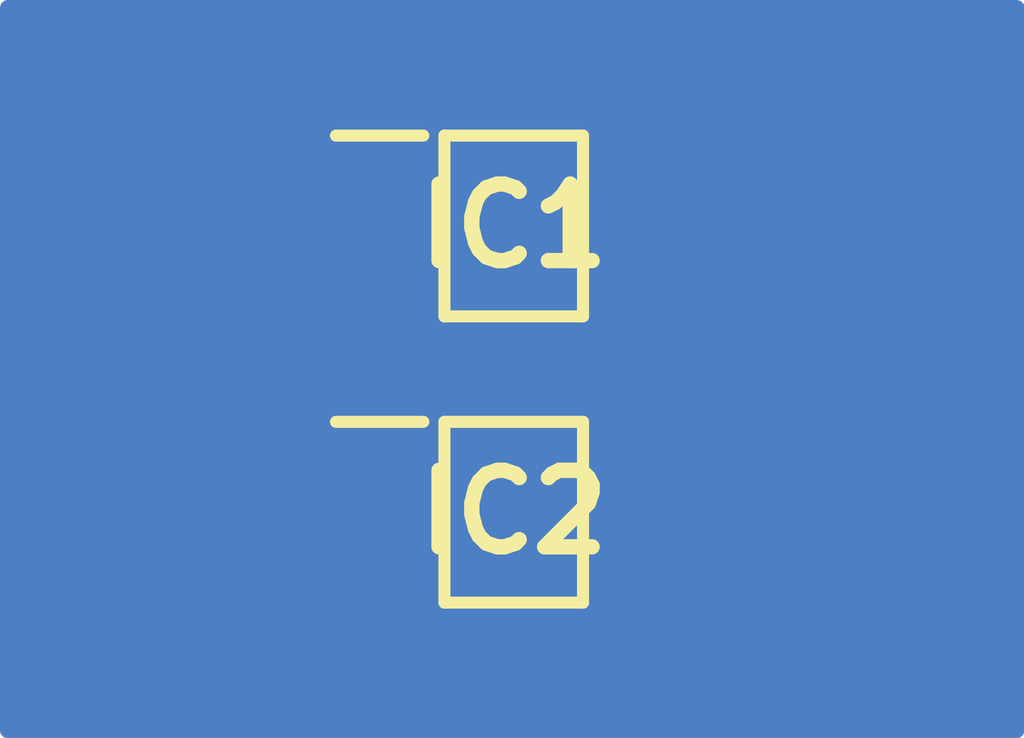
<source format=kicad_pcb>
(kicad_pcb (version 20240108) (generator "pcbnew") (generator_version "8.0")
  (layers (0 "F.Cu" signal) (31 "B.Cu" signal) (34 "B.Paste" user) (35 "F.Paste" user) (36 "B.SilkS" user "B.Silkscreen") (37 "F.SilkS" user "F.Silkscreen") (38 "B.Mask" user) (39 "F.Mask" user) (44 "Edge.Cuts" user))
  (net 0 "")
  (net 1 "Net-(IC1-GND)")
  (net 2 "unconnected-(IC1-SCL-Pad9)")
  (net 3 "Net-(IC1-VDD)")
  (net 4 "Net-(IC1-EXT_CAP)")
  (net 5 "unconnected-(IC1-A-Pad2)")
  (net 6 "unconnected-(IC1-SDA-Pad8)")
  (net 7 "unconnected-(IC1-W-Pad3)")
  (net 9 "Net-(IC2-VDD)")
  (net 10 "unconnected-(IC2-SCL-Pad9)")
  (net 11 "unconnected-(IC2-SDA-Pad8)")
  (net 12 "Net-(IC2-EXT_CAP)")
  (net 13 "unconnected-(IC2-W-Pad3)")
  (net 14 "unconnected-(IC2-A-Pad2)")
  (footprint "Pot:SOP50P490X110-10N" (layer "F.Cu") (at 146.525 91)
    (property "Reference" "IC1" (at 0 0 0) (layer "F.SilkS") (effects (font (size 1.27 1.27) (thickness 0.254))))
    (property "Value" "AD5175BRMZ-10-RL7" (hide yes))
    (fp_line (start -2.95 -1.5) (end -1.5 -1.5) (stroke (width 0.2)) (layer "F.SilkS"))
    (fp_line (start -1.15 -1.5) (end 1.15 -1.5) (stroke (width 0.2)) (layer "F.SilkS"))
    (fp_line (start -1.15 1.5) (end -1.15 -1.5) (stroke (width 0.2)) (layer "F.SilkS"))
    (fp_line (start 1.15 -1.5) (end 1.15 1.5) (stroke (width 0.2)) (layer "F.SilkS"))
    (fp_line (start 1.15 1.5) (end -1.15 1.5) (stroke (width 0.2)) (layer "F.SilkS"))
    (pad "1" smd rect (at -2.225 -1 90) (size 0.3 1.45) (layers "F.Cu" "F.Paste" "F.Mask") (net 3 "Net-(IC1-VDD)"))
    (pad "2" smd rect (at -2.225 -0.5 90) (size 0.3 1.45) (layers "F.Cu" "F.Paste" "F.Mask") (net 5 "unconnected-(IC1-A-Pad2)"))
    (pad "3" smd rect (at -2.225 0 90) (size 0.3 1.45) (layers "F.Cu" "F.Paste" "F.Mask") (net 7 "unconnected-(IC1-W-Pad3)"))
    (pad "4" smd rect (at -2.225 0.5 90) (size 0.3 1.45) (layers "F.Cu" "F.Paste" "F.Mask") (net 1 "Net-(IC1-GND)"))
    (pad "5" smd rect (at -2.225 1 90) (size 0.3 1.45) (layers "F.Cu" "F.Paste" "F.Mask") (net 4 "Net-(IC1-EXT_CAP)"))
    (pad "6" smd rect (at 2.225 1 90) (size 0.3 1.45) (layers "F.Cu" "F.Paste" "F.Mask") (net 1 "Net-(IC1-GND)"))
    (pad "7" smd rect (at 2.225 0.5 90) (size 0.3 1.45) (layers "F.Cu" "F.Paste" "F.Mask") (net 3 "Net-(IC1-VDD)"))
    (pad "8" smd rect (at 2.225 0 90) (size 0.3 1.45) (layers "F.Cu" "F.Paste" "F.Mask") (net 6 "unconnected-(IC1-SDA-Pad8)"))
    (pad "9" smd rect (at 2.225 -0.5 90) (size 0.3 1.45) (layers "F.Cu" "F.Paste" "F.Mask") (net 2 "unconnected-(IC1-SCL-Pad9)"))
    (pad "10" smd rect (at 2.225 -1 90) (size 0.3 1.45) (layers "F.Cu" "F.Paste" "F.Mask"))
  )
  (footprint "Pot:SOP50P490X110-10N" (layer "F.Cu") (at 146.525 95.75)
    (property "Reference" "IC2" (at 0 0 0) (layer "F.SilkS") (effects (font (size 1.27 1.27) (thickness 0.254))))
    (property "Value" "AD5175BRMZ-10-RL7" (hide yes))
    (fp_line (start -2.95 -1.5) (end -1.5 -1.5) (stroke (width 0.2)) (layer "F.SilkS"))
    (fp_line (start -1.15 -1.5) (end 1.15 -1.5) (stroke (width 0.2)) (layer "F.SilkS"))
    (fp_line (start -1.15 1.5) (end -1.15 -1.5) (stroke (width 0.2)) (layer "F.SilkS"))
    (fp_line (start 1.15 -1.5) (end 1.15 1.5) (stroke (width 0.2)) (layer "F.SilkS"))
    (fp_line (start 1.15 1.5) (end -1.15 1.5) (stroke (width 0.2)) (layer "F.SilkS"))
    (pad "1" smd rect (at -2.225 -1 90) (size 0.3 1.45) (layers "F.Cu" "F.Paste" "F.Mask") (net 9 "Net-(IC2-VDD)"))
    (pad "2" smd rect (at -2.225 -0.5 90) (size 0.3 1.45) (layers "F.Cu" "F.Paste" "F.Mask") (net 14 "unconnected-(IC2-A-Pad2)"))
    (pad "3" smd rect (at -2.225 0 90) (size 0.3 1.45) (layers "F.Cu" "F.Paste" "F.Mask") (net 13 "unconnected-(IC2-W-Pad3)"))
    (pad "4" smd rect (at -2.225 0.5 90) (size 0.3 1.45) (layers "F.Cu" "F.Paste" "F.Mask") (net 1 "Net-(IC1-GND)"))
    (pad "5" smd rect (at -2.225 1 90) (size 0.3 1.45) (layers "F.Cu" "F.Paste" "F.Mask") (net 12 "Net-(IC2-EXT_CAP)"))
    (pad "6" smd rect (at 2.225 1 90) (size 0.3 1.45) (layers "F.Cu" "F.Paste" "F.Mask") (net 1 "Net-(IC1-GND)"))
    (pad "7" smd rect (at 2.225 0.5 90) (size 0.3 1.45) (layers "F.Cu" "F.Paste" "F.Mask") (net 9 "Net-(IC2-VDD)"))
    (pad "8" smd rect (at 2.225 0 90) (size 0.3 1.45) (layers "F.Cu" "F.Paste" "F.Mask") (net 11 "unconnected-(IC2-SDA-Pad8)"))
    (pad "9" smd rect (at 2.225 -0.5 90) (size 0.3 1.45) (layers "F.Cu" "F.Paste" "F.Mask") (net 10 "unconnected-(IC2-SCL-Pad9)"))
    (pad "10" smd rect (at 2.225 -1 90) (size 0.3 1.45) (layers "F.Cu" "F.Paste" "F.Mask") (net 1 "Net-(IC1-GND)"))
  )
  (gr_rect (start 140 91) (end 143 91.75) (stroke (width 0.2)) (fill solid) (layer "F.Cu") (net 7))
  (gr_rect (start 149.875 89) (end 153.625 89.75) (stroke (width 0.2)) (fill solid) (layer "F.Cu") (net 2))
  (gr_rect (start 150 94) (end 153.5 94.75) (stroke (width 0.2)) (fill solid) (layer "F.Cu") (net 10))
  (gr_rect (start 140 89.75) (end 143 90.5) (stroke (width 0.2)) (fill solid) (layer "F.Cu") (net 5))
  (gr_rect (start 140.625 93.75) (end 143.375 94.5) (stroke (width 0.2)) (fill solid) (layer "F.Cu") (net 9))
  (gr_line (start 148.75 96.75) (end 148.75 98.5) (stroke (width 0.2)) (layer "F.Cu") (net 1))
  (gr_rect (start 145 97.75) (end 148.75 98.5) (stroke (width 0.2)) (fill solid) (layer "F.Cu") (net 1))
  (gr_rect (start 150 96.25) (end 153.5 97) (stroke (width 0.2)) (fill solid) (layer "F.Cu") (net 11))
  (gr_rect (start 140 96.5) (end 143 97.25) (stroke (width 0.2)) (fill solid) (layer "F.Cu") (net 13))
  (gr_rect (start 149.875 91.5) (end 153.625 92.25) (stroke (width 0.2)) (fill solid) (layer "F.Cu") (net 6))
  (gr_rect (start 145 93) (end 148.75 93.75) (stroke (width 0.2)) (fill solid) (layer "F.Cu") (net 1))
  (gr_rect (start 139.25 95.125) (end 142 95.875) (stroke (width 0.2)) (fill solid) (layer "F.Cu") (net 14))
  (gr_rect (start 141.5 92.25) (end 144.5 93) (stroke (width 0.2)) (fill solid) (layer "F.Cu") (net 4))
  (gr_rect (start 143.4746 96.875) (end 144.5 98.625) (stroke (width 0.2)) (fill solid) (layer "F.Cu") (net 12))
  (gr_rect (start 143.375 88.75) (end 145.625 89.5) (stroke (width 0.2)) (fill solid) (layer "F.Cu") (net 3))
  (segment (start 147 92) (end 148.75 92) (width 0.2) (layer "F.Cu") (net 1))
  (segment (start 146.5 96.25) (end 147 96.75) (width 0.2) (layer "F.Cu") (net 1))
  (segment (start 146.5 91.5) (end 147 92) (width 0.2) (layer "F.Cu") (net 1))
  (segment (start 144.3 91.5) (end 146.5 91.5) (width 0.2) (layer "F.Cu") (net 1))
  (segment (start 148.75 93.25) (end 148.75 92) (width 0.2) (layer "F.Cu") (net 1))
  (segment (start 148.75 93.25) (end 146.5 93.25) (width 0.2) (layer "F.Cu") (net 1))
  (segment (start 148.75 94.75) (end 148.75 93.25) (width 0.2) (layer "F.Cu") (net 1))
  (segment (start 144.3 96.25) (end 146.5 96.25) (width 0.2) (layer "F.Cu") (net 1))
  (segment (start 147 96.75) (end 148.75 96.75) (width 0.2) (layer "F.Cu") (net 1))
  (segment (start 148.75 90.5) (end 150.25 90.5) (width 0.2) (layer "F.Cu") (net 2))
  (segment (start 150.25 90.5) (end 151 89.75) (width 0.2) (layer "F.Cu") (net 2))
  (segment (start 151 89.75) (end 153.25 89.75) (width 0.2) (layer "F.Cu") (net 2))
  (segment (start 146.275 90) (end 144.3 90) (width 0.2) (layer "F.Cu") (net 3))
  (segment (start 144.3 90) (end 144.25 89.95) (width 0.2) (layer "F.Cu") (net 3))
  (segment (start 144.25 89.95) (end 144.25 89) (width 0.2) (layer "F.Cu") (net 3))
  (segment (start 148.75 91.5) (end 147.775 91.5) (width 0.2) (layer "F.Cu") (net 3))
  (segment (start 147.775 91.5) (end 146.275 90) (width 0.2) (layer "F.Cu") (net 3))
  (segment (start 144.3 92) (end 143.75 92.55) (width 0.2) (layer "F.Cu") (net 4))
  (segment (start 143.75 92.75) (end 141.875 92.75) (width 0.2) (layer "F.Cu") (net 4))
  (segment (start 141.875 92.75) (end 141.75 92.625) (width 0.2) (layer "F.Cu") (net 4))
  (segment (start 143.75 92.55) (end 143.75 92.75) (width 0.2) (layer "F.Cu") (net 4))
  (segment (start 144.3 90.5) (end 142 90.5) (width 0.2) (layer "F.Cu") (net 5))
  (segment (start 148.75 91) (end 149.725 91) (width 0.2) (layer "F.Cu") (net 6))
  (segment (start 149.725 91) (end 150.975 92.25) (width 0.2) (layer "F.Cu") (net 6))
  (segment (start 150.975 92.25) (end 153.25 92.25) (width 0.2) (layer "F.Cu") (net 6))
  (segment (start 144.3 91) (end 143.5 91) (width 0.2) (layer "F.Cu") (net 7))
  (segment (start 143.5 91) (end 143 91.5) (width 0.2) (layer "F.Cu") (net 7))
  (segment (start 143 91.5) (end 142 91.5) (width 0.2) (layer "F.Cu") (net 7))
  (segment (start 143.8 94.25) (end 142.125 94.25) (width 0.2) (layer "F.Cu") (net 9))
  (segment (start 142.125 94.25) (end 142 94.125) (width 0.2) (layer "F.Cu") (net 9))
  (segment (start 147.840686 96.25) (end 146.340686 94.75) (width 0.2) (layer "F.Cu") (net 9))
  (segment (start 146.340686 94.75) (end 144.3 94.75) (width 0.2) (layer "F.Cu") (net 9))
  (segment (start 148.75 96.25) (end 147.840686 96.25) (width 0.2) (layer "F.Cu") (net 9))
  (segment (start 144.3 94.75) (end 143.8 94.25) (width 0.2) (layer "F.Cu") (net 9))
  (segment (start 149.875 95.25) (end 150.75 94.375) (width 0.2) (layer "F.Cu") (net 10))
  (segment (start 148.75 95.25) (end 149.875 95.25) (width 0.2) (layer "F.Cu") (net 10))
  (segment (start 150.75 94.375) (end 152.75 94.375) (width 0.2) (layer "F.Cu") (net 10))
  (segment (start 149.75 95.75) (end 151 97) (width 0.2) (layer "F.Cu") (net 11))
  (segment (start 148.75 95.75) (end 149.75 95.75) (width 0.2) (layer "F.Cu") (net 11))
  (segment (start 144.3 96.75) (end 144.25 96.75) (width 0.2) (layer "F.Cu") (net 12))
  (segment (start 143 95.75) (end 142.25 96.5) (width 0.2) (layer "F.Cu") (net 13))
  (segment (start 144.3 95.75) (end 143 95.75) (width 0.2) (layer "F.Cu") (net 13))
  (segment (start 144.3 95.25) (end 140 95.25) (width 0.2) (layer "F.Cu") (net 14))
  (zone (net 0) (net_name "") (layers "F&B.Cu") (connect_pads yes (clearance 0.4)) (min_thickness 0.25) (fill yes (thermal_gap 0.5) (thermal_bridge_width 0.5) (island_removal_mode 1) (island_area_min 10))
    (polygon (pts (xy 138 87.25) (xy 155 87.25) (xy 155 99.5) (xy 138 99.5)))
  )
)
</source>
